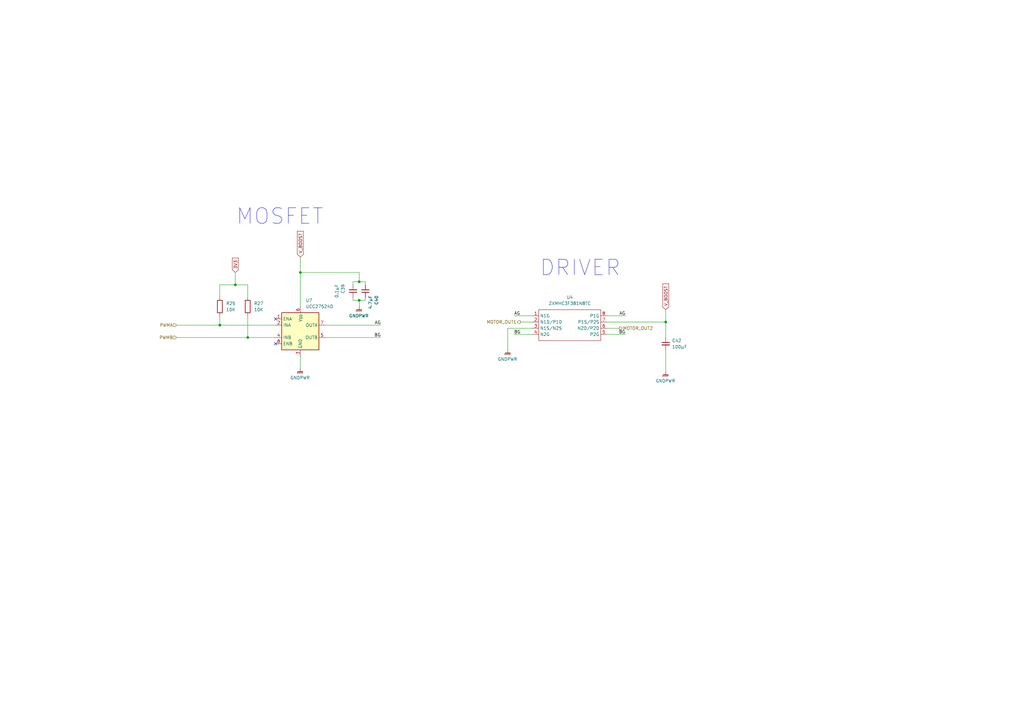
<source format=kicad_sch>
(kicad_sch (version 20250114) (generator "eeschema") (generator_version "9.0")
  (paper "A3")
  (title_block (title "Rabosa Micromouse") (rev "1.0") (company "XorvaLabs ") (comment 1 "Schematic design based on Green Ye's Green Giant 5.19V micromouse") (comment 2 "And in OPRobots streams"))
  (lib_symbols
    (symbol "Device:C_Small" (pin_numbers (hide yes)) (pin_names (offset 0.254) (hide yes))
      (property "Reference" "C" (at 0.254 1.778 0))
      (property "Value" "C_Small" (at 0.254 -2.032 0))
      (symbol "C_Small_0_1"
        (polyline (pts (xy -1.524 0.508) (xy 1.524 0.508)) (stroke (width 0.3048)))
        (polyline (pts (xy -1.524 -0.508) (xy 1.524 -0.508)) (stroke (width 0.3302)))
      )
      (symbol "C_Small_1_1"
        (pin passive line (at 0 2.54 270) (length 2.032) (name "~") (number "1"))
        (pin passive line (at 0 -2.54 90) (length 2.032) (name "~") (number "2"))
      )
    )
    (symbol "Device:R" (pin_numbers (hide yes)) (pin_names (offset 0))
      (property "Reference" "R" (at 2.032 0 90))
      (property "Value" "R" (at 0 0 90))
      (symbol "R_0_1"
        (rectangle (start -1.016 -2.54) (end 1.016 2.54) (stroke (width 0.254)))
      )
      (symbol "R_1_1"
        (pin passive line (at 0 3.81 270) (length 1.27) (name "~") (number "1"))
        (pin passive line (at 0 -3.81 90) (length 1.27) (name "~") (number "2"))
      )
    )
    (symbol "Driver_FET:UCC27524D"
      (property "Reference" "U" (at -7.62 8.89 0))
      (property "Value" "UCC27524D" (at 1.27 8.89 0))
      (symbol "UCC27524D_0_1"
        (rectangle (start -7.62 7.62) (end 7.62 -7.62) (stroke (width 0.254)) (fill (type background)))
      )
      (symbol "UCC27524D_1_1"
        (pin input line (at -10.16 5.08 0) (length 2.54) (name "ENA") (number "1"))
        (pin input line (at -10.16 2.54 0) (length 2.54) (name "INA") (number "2"))
        (pin input line (at -10.16 -2.54 0) (length 2.54) (name "INB") (number "4"))
        (pin input line (at -10.16 -5.08 0) (length 2.54) (name "ENB") (number "8"))
        (pin power_in line (at 0 10.16 270) (length 2.54) (name "V_{DD}") (number "6"))
        (pin power_in line (at 0 -10.16 90) (length 2.54) (name "GND") (number "3"))
        (pin output line (at 10.16 2.54 180) (length 2.54) (name "OUTA") (number "7"))
        (pin output line (at 10.16 -2.54 180) (length 2.54) (name "OUTB") (number "5"))
      )
    )
    (symbol "mosfets:ZXMHC3F381N8TC"
      (property "Reference" "U" (at 0 4.064 0))
      (property "Value" "ZXMHC3F381N8TC" (at 0 0 0))
      (symbol "ZXMHC3F381N8TC_0_1"
        (rectangle (start -6.35 12.7) (end 19.05 0))
      )
      (symbol "ZXMHC3F381N8TC_1_1"
        (pin bidirectional line (at -8.89 10.16 0) (length 2.54) (name "N1G") (number "1"))
        (pin bidirectional line (at -8.89 7.62 0) (length 2.54) (name "N1D/P1D") (number "2"))
        (pin bidirectional line (at -8.89 5.08 0) (length 2.54) (name "N1S/N2S") (number "3"))
        (pin bidirectional line (at -8.89 2.54 0) (length 2.54) (name "N2G") (number "4"))
        (pin bidirectional line (at 21.59 10.16 180) (length 2.54) (name "P1G") (number "8"))
        (pin bidirectional line (at 21.59 7.62 180) (length 2.54) (name "P1S/P2S") (number "7"))
        (pin bidirectional line (at 21.59 5.08 180) (length 2.54) (name "N2D/P2D") (number "6"))
        (pin bidirectional line (at 21.59 2.54 180) (length 2.54) (name "P2G") (number "5"))
      )
    )
    (symbol "power:GNDPWR" (power) (pin_numbers (hide yes)) (pin_names (offset 0) (hide yes))
      (property "Value" "GNDPWR" (at 0 -3.302 0))
      (symbol "GNDPWR_0_1"
        (polyline (pts (xy -1.016 -1.27) (xy -1.27 -2.032) (xy -1.27 -2.032)) (stroke (width 0.2032)))
        (polyline (pts (xy -0.508 -1.27) (xy -0.762 -2.032) (xy -0.762 -2.032)) (stroke (width 0.2032)))
        (polyline (pts (xy 0 -1.27) (xy 0 0)))
        (polyline (pts (xy 0 -1.27) (xy -0.254 -2.032) (xy -0.254 -2.032)) (stroke (width 0.2032)))
        (polyline (pts (xy 0.508 -1.27) (xy 0.254 -2.032) (xy 0.254 -2.032)) (stroke (width 0.2032)))
        (polyline (pts (xy 1.016 -1.27) (xy -1.016 -1.27) (xy -1.016 -1.27)) (stroke (width 0.2032)))
        (polyline (pts (xy 1.016 -1.27) (xy 0.762 -2.032) (xy 0.762 -2.032) (xy 0.762 -2.032)) (stroke (width 0.2032)))
      )
      (symbol "GNDPWR_1_1"
        (pin power_in line (at 0 0 270) (length 0) (name "~") (number "1"))
      )
    )
  )
  (text "MOSFET" (at 114.808 88.9 0) (effects (font (size 6.35 6.35))))
  (text "DRIVER" (at 237.998 109.982 0) (effects (font (size 6.35 6.35))))
  (junction (at 96.52 116.84))
  (junction (at 123.19 111.76))
  (junction (at 101.6 138.43))
  (junction (at 147.32 123.19))
  (junction (at 273.05 132.08))
  (junction (at 90.17 133.35))
  (junction (at 147.32 115.57))
  (no_connect (at 113.03 140.97))
  (no_connect (at 113.03 130.81))
  (wire (pts (xy 273.05 143.51) (xy 273.05 152.4)))
  (wire (pts (xy 90.17 133.35) (xy 113.03 133.35)))
  (wire (pts (xy 101.6 116.84) (xy 101.6 121.92)))
  (wire (pts (xy 96.52 111.76) (xy 96.52 116.84)))
  (wire (pts (xy 90.17 121.92) (xy 90.17 116.84)))
  (wire (pts (xy 149.86 121.92) (xy 149.86 123.19)))
  (wire (pts (xy 101.6 138.43) (xy 113.03 138.43)))
  (wire (pts (xy 273.05 127) (xy 273.05 132.08)))
  (wire (pts (xy 123.19 111.76) (xy 147.32 111.76)))
  (wire (pts (xy 248.92 129.54) (xy 256.54 129.54)))
  (wire (pts (xy 218.44 134.62) (xy 208.28 134.62)))
  (wire (pts (xy 213.36 132.08) (xy 218.44 132.08)))
  (wire (pts (xy 208.28 134.62) (xy 208.28 143.51)))
  (wire (pts (xy 147.32 123.19) (xy 147.32 125.73)))
  (wire (pts (xy 210.82 137.16) (xy 218.44 137.16)))
  (wire (pts (xy 96.52 116.84) (xy 101.6 116.84)))
  (wire (pts (xy 123.19 111.76) (xy 123.19 125.73)))
  (wire (pts (xy 144.78 115.57) (xy 147.32 115.57)))
  (wire (pts (xy 248.92 137.16) (xy 256.54 137.16)))
  (wire (pts (xy 133.35 138.43) (xy 156.21 138.43)))
  (wire (pts (xy 123.19 105.41) (xy 123.19 111.76)))
  (wire (pts (xy 144.78 121.92) (xy 144.78 123.19)))
  (wire (pts (xy 123.19 146.05) (xy 123.19 151.13)))
  (wire (pts (xy 90.17 129.54) (xy 90.17 133.35)))
  (wire (pts (xy 90.17 116.84) (xy 96.52 116.84)))
  (wire (pts (xy 149.86 115.57) (xy 149.86 116.84)))
  (wire (pts (xy 144.78 116.84) (xy 144.78 115.57)))
  (wire (pts (xy 147.32 123.19) (xy 144.78 123.19)))
  (wire (pts (xy 133.35 133.35) (xy 156.21 133.35)))
  (wire (pts (xy 248.92 132.08) (xy 273.05 132.08)))
  (wire (pts (xy 147.32 115.57) (xy 149.86 115.57)))
  (wire (pts (xy 72.39 138.43) (xy 101.6 138.43)))
  (wire (pts (xy 248.92 134.62) (xy 254 134.62)))
  (wire (pts (xy 147.32 123.19) (xy 149.86 123.19)))
  (wire (pts (xy 273.05 132.08) (xy 273.05 138.43)))
  (wire (pts (xy 101.6 129.54) (xy 101.6 138.43)))
  (wire (pts (xy 210.82 129.54) (xy 218.44 129.54)))
  (wire (pts (xy 72.39 133.35) (xy 90.17 133.35)))
  (wire (pts (xy 147.32 111.76) (xy 147.32 115.57)))
  (label "BG" (at 156.21 138.43 180))
  (label "AG" (at 210.82 129.54 0))
  (label "AG" (at 156.21 133.35 180))
  (label "AG" (at 256.54 129.54 180))
  (label "BG" (at 210.82 137.16 0))
  (label "BG" (at 256.54 137.16 180))
  (global_label "3V3" (shape input) (at 96.52 111.76 90) (property "Intersheetrefs" "${INTERSHEET_REFS}" (effects (hide yes))))
  (global_label "V_BOOST" (shape input) (at 123.19 105.41 90) (property "Intersheetrefs" "${INTERSHEET_REFS}" (effects (hide yes))))
  (global_label "V_BOOST" (shape input) (at 273.05 127 90) (property "Intersheetrefs" "${INTERSHEET_REFS}" (effects (hide yes))))
  (hierarchical_label "MOTOR_OUT1" (shape output) (at 213.36 132.08 180))
  (hierarchical_label "PWMB" (shape input) (at 72.39 138.43 180))
  (hierarchical_label "MOTOR_OUT2" (shape output) (at 254 134.62 0))
  (hierarchical_label "PWMA" (shape input) (at 72.39 133.35 180))
  (symbol (lib_id "Driver_FET:UCC27524D") (at 123.19 135.89 0) (unit 1)
    (property "Reference" "U7" (at 125.3333 123.19 0) (effects (justify left)))
    (property "Value" "UCC27524D" (at 125.3333 125.73 0) (effects (justify left)))
    (property "Footprint" "Package_SO:SOIC-8_3.9x4.9mm_P1.27mm" (effects (hide yes)))
    (property "Datasheet" "https://www.ti.com/lit/ds/symlink/ucc27524.pdf" (effects (hide yes)))
    (property "Description" "Dual 5A MOSFET driver, 4.5V..18V supply, non-inverting, SOIC-8" (effects (hide yes)))
    (property "JLCPCB Part #" "C5334499" (effects (hide yes)))
    (instances (project "Rabosa" (path "" (reference "U7") (unit 1)) (path "" (reference "U6") (unit 1))))
  )
  (symbol (lib_id "Device:C_Small") (at 144.78 119.38 180) (unit 1)
    (property "Reference" "C39" (at 140.6463 116.5225 90) (effects (justify left)))
    (property "Value" "0.1µF" (at 138.1063 116.5225 90) (effects (justify left)))
    (property "Footprint" "Capacitor_SMD:C_0402_1005Metric" (effects (hide yes)))
    (property "Description" "Unpolarized capacitor, small symbol" (effects (hide yes)))
    (property "JLCPCB Part #" "C1525" (effects (hide yes)))
    (instances (project "Rabosa" (path "" (reference "C39") (unit 1)) (path "" (reference "C37") (unit 1))))
  )
  (symbol (lib_id "power:GNDPWR") (at 147.32 125.73 0) (unit 1)
    (property "Reference" "#PWR032" (effects (hide yes)))
    (property "Value" "GNDPWR" (at 147.193 129.54 0))
    (property "Description" "Power symbol creates a global label with name \"GNDPWR\" , global ground" (effects (hide yes)))
    (instances (project "Rabosa" (path "" (reference "#PWR032") (unit 1)) (path "" (reference "#PWR085") (unit 1))))
  )
  (symbol (lib_id "Device:R") (at 90.17 125.73 0) (unit 1)
    (property "Reference" "R25" (at 92.71 124.4599 0) (effects (justify left)))
    (property "Value" "10K" (at 92.71 126.9999 0) (effects (justify left)))
    (property "Footprint" "Resistor_SMD:R_0402_1005Metric" (effects (hide yes)))
    (property "Description" "Resistor" (effects (hide yes)))
    (property "JLCPCB Part #" "C174175" (effects (hide yes)))
    (instances (project "Rabosa" (path "" (reference "R25") (unit 1)) (path "" (reference "R24") (unit 1))))
  )
  (symbol (lib_id "power:GNDPWR") (at 208.28 143.51 0) (unit 1)
    (property "Reference" "#PWR033" (effects (hide yes)))
    (property "Value" "GNDPWR" (at 208.153 147.32 0))
    (property "Description" "Power symbol creates a global label with name \"GNDPWR\" , global ground" (effects (hide yes)))
    (instances (project "Rabosa" (path "" (reference "#PWR033") (unit 1)) (path "" (reference "#PWR086") (unit 1))))
  )
  (symbol (lib_id "power:GNDPWR") (at 123.19 151.13 0) (unit 1)
    (property "Reference" "#PWR031" (effects (hide yes)))
    (property "Value" "GNDPWR" (at 123.063 154.94 0))
    (property "Description" "Power symbol creates a global label with name \"GNDPWR\" , global ground" (effects (hide yes)))
    (instances (project "Rabosa" (path "" (reference "#PWR031") (unit 1)) (path "" (reference "#PWR084") (unit 1))))
  )
  (symbol (lib_id "Device:C_Small") (at 273.05 140.97 0) (unit 1)
    (property "Reference" "C42" (at 275.59 139.7062 0) (effects (justify left)))
    (property "Value" "100µF" (at 275.59 142.2462 0) (effects (justify left)))
    (property "Footprint" "Capacitor_SMD:C_0402_1005Metric" (effects (hide yes)))
    (property "Description" "Unpolarized capacitor, small symbol" (effects (hide yes)))
    (property "JLCPCB Part #" "C1959836" (effects (hide yes)))
    (instances (project "Rabosa" (path "" (reference "C42") (unit 1)) (path "" (reference "C41") (unit 1))))
  )
  (symbol (lib_id "mosfets:ZXMHC3F381N8TC") (at 227.33 139.7 0) (unit 1)
    (property "Reference" "U4" (at 233.68 121.92 0))
    (property "Value" "ZXMHC3F381N8TC" (at 233.68 124.46 0))
    (property "Footprint" "PCM_Package_SO_AKL:SOIC-8_3.9x4.9mm_P1.27mm" (effects (hide yes)))
    (property "Datasheet" "https://www.diodes.com/assets/Datasheets/ZXMHC3F381N8.pdf" (effects (hide yes)))
    (property "JLCPCB Part #" "C87356" (effects (hide yes)))
    (instances (project "" (path "" (reference "U4") (unit 1)) (path "" (reference "U8") (unit 1))))
  )
  (symbol (lib_id "power:GNDPWR") (at 273.05 152.4 0) (unit 1)
    (property "Reference" "#PWR034" (effects (hide yes)))
    (property "Value" "GNDPWR" (at 272.923 156.21 0))
    (property "Description" "Power symbol creates a global label with name \"GNDPWR\" , global ground" (effects (hide yes)))
    (instances (project "Rabosa" (path "" (reference "#PWR034") (unit 1)) (path "" (reference "#PWR087") (unit 1))))
  )
  (symbol (lib_id "Device:C_Small") (at 149.86 119.38 0) (mirror x) (unit 1)
    (property "Reference" "C40" (at 154.432 121.158 90) (effects (justify left)))
    (property "Value" "4.7µF" (at 151.892 121.158 90) (effects (justify left)))
    (property "Footprint" "Capacitor_SMD:C_0402_1005Metric" (effects (hide yes)))
    (property "Description" "Unpolarized capacitor, small symbol" (effects (hide yes)))
    (property "JLCPCB Part #" "C23687" (effects (hide yes)))
    (instances (project "Rabosa" (path "" (reference "C40") (unit 1)) (path "" (reference "C38") (unit 1))))
  )
  (symbol (lib_id "Device:R") (at 101.6 125.73 0) (unit 1)
    (property "Reference" "R27" (at 104.14 124.4599 0) (effects (justify left)))
    (property "Value" "10K" (at 104.14 126.9999 0) (effects (justify left)))
    (property "Footprint" "Resistor_SMD:R_0402_1005Metric" (effects (hide yes)))
    (property "Description" "Resistor" (effects (hide yes)))
    (property "JLCPCB Part #" "C174175" (effects (hide yes)))
    (instances (project "Rabosa" (path "" (reference "R27") (unit 1)) (path "" (reference "R26") (unit 1))))
  )
)
</source>
